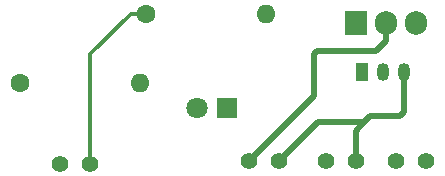
<source format=gbr>
G04 #@! TF.GenerationSoftware,KiCad,Pcbnew,(6.0.7)*
G04 #@! TF.CreationDate,2022-08-24T05:43:28-04:00*
G04 #@! TF.ProjectId,control temperatura,636f6e74-726f-46c2-9074-656d70657261,rev?*
G04 #@! TF.SameCoordinates,Original*
G04 #@! TF.FileFunction,Copper,L2,Bot*
G04 #@! TF.FilePolarity,Positive*
%FSLAX46Y46*%
G04 Gerber Fmt 4.6, Leading zero omitted, Abs format (unit mm)*
G04 Created by KiCad (PCBNEW (6.0.7)) date 2022-08-24 05:43:28*
%MOMM*%
%LPD*%
G01*
G04 APERTURE LIST*
G04 #@! TA.AperFunction,ComponentPad*
%ADD10C,1.400000*%
G04 #@! TD*
G04 #@! TA.AperFunction,ComponentPad*
%ADD11C,1.600000*%
G04 #@! TD*
G04 #@! TA.AperFunction,ComponentPad*
%ADD12O,1.600000X1.600000*%
G04 #@! TD*
G04 #@! TA.AperFunction,ComponentPad*
%ADD13R,1.050000X1.500000*%
G04 #@! TD*
G04 #@! TA.AperFunction,ComponentPad*
%ADD14O,1.050000X1.500000*%
G04 #@! TD*
G04 #@! TA.AperFunction,ComponentPad*
%ADD15R,1.800000X1.800000*%
G04 #@! TD*
G04 #@! TA.AperFunction,ComponentPad*
%ADD16C,1.800000*%
G04 #@! TD*
G04 #@! TA.AperFunction,ComponentPad*
%ADD17R,1.905000X2.000000*%
G04 #@! TD*
G04 #@! TA.AperFunction,ComponentPad*
%ADD18O,1.905000X2.000000*%
G04 #@! TD*
G04 #@! TA.AperFunction,Conductor*
%ADD19C,0.500000*%
G04 #@! TD*
G04 #@! TA.AperFunction,Conductor*
%ADD20C,0.300000*%
G04 #@! TD*
G04 APERTURE END LIST*
D10*
X143750000Y-71000000D03*
X146290000Y-71000000D03*
X137250000Y-71000000D03*
X139790000Y-71000000D03*
D11*
X117856000Y-64389000D03*
D12*
X128016000Y-64389000D03*
D13*
X146812000Y-63500000D03*
D14*
X148590000Y-63500000D03*
X150368000Y-63500000D03*
D10*
X152250000Y-71000000D03*
X149710000Y-71000000D03*
D15*
X135382000Y-66548000D03*
D16*
X132842000Y-66548000D03*
D10*
X123805000Y-71247000D03*
X121265000Y-71247000D03*
D17*
X146304000Y-59365000D03*
D18*
X148844000Y-59365000D03*
X151384000Y-59365000D03*
D11*
X128524000Y-58547000D03*
D12*
X138684000Y-58547000D03*
D19*
X139790000Y-71000000D02*
X143040000Y-67750000D01*
X147000000Y-67750000D02*
X147500000Y-67250000D01*
X143040000Y-67750000D02*
X147000000Y-67750000D01*
X146290000Y-68460000D02*
X147000000Y-67750000D01*
X147959000Y-61750000D02*
X148844000Y-60865000D01*
X148844000Y-60865000D02*
X148844000Y-59365000D01*
X142750000Y-62000000D02*
X143000000Y-61750000D01*
X142750000Y-65500000D02*
X142750000Y-62000000D01*
X143000000Y-61750000D02*
X147959000Y-61750000D01*
X137250000Y-71000000D02*
X142750000Y-65500000D01*
X150368000Y-66882000D02*
X150368000Y-63500000D01*
X150000000Y-67250000D02*
X150368000Y-66882000D01*
X147500000Y-67250000D02*
X150000000Y-67250000D01*
X146290000Y-71000000D02*
X146290000Y-68460000D01*
D20*
X123805000Y-61996000D02*
X123805000Y-71247000D01*
X128524000Y-58547000D02*
X127254000Y-58547000D01*
X127254000Y-58547000D02*
X123805000Y-61996000D01*
M02*

</source>
